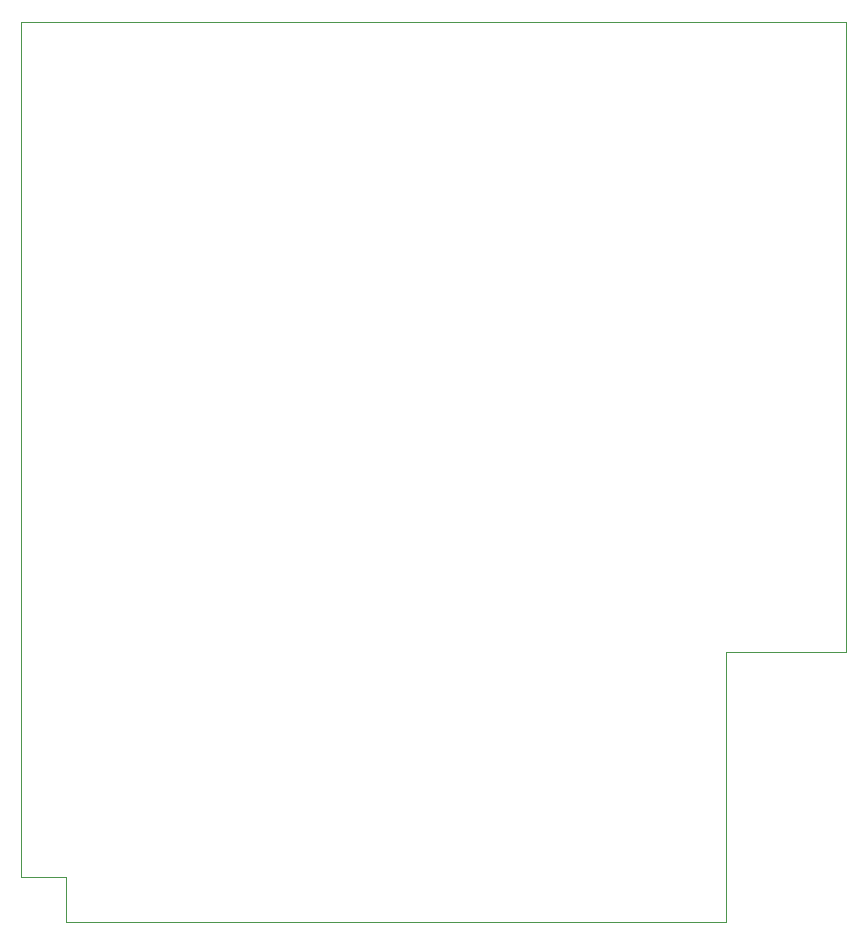
<source format=gbr>
%TF.GenerationSoftware,KiCad,Pcbnew,(5.1.6)-1*%
%TF.CreationDate,2023-03-19T14:48:43-05:00*%
%TF.ProjectId,pcb,7063622e-6b69-4636-9164-5f7063625858,rev?*%
%TF.SameCoordinates,Original*%
%TF.FileFunction,Profile,NP*%
%FSLAX46Y46*%
G04 Gerber Fmt 4.6, Leading zero omitted, Abs format (unit mm)*
G04 Created by KiCad (PCBNEW (5.1.6)-1) date 2023-03-19 14:48:43*
%MOMM*%
%LPD*%
G01*
G04 APERTURE LIST*
%TA.AperFunction,Profile*%
%ADD10C,0.050000*%
%TD*%
G04 APERTURE END LIST*
D10*
X59690000Y0D02*
X3810000Y0D01*
X0Y3810000D02*
X0Y76200000D01*
X3810000Y3810000D02*
X3810000Y0D01*
X0Y3810000D02*
X3810000Y3810000D01*
X69850000Y76200000D02*
X0Y76200000D01*
X69850000Y22860000D02*
X69850000Y76200000D01*
X59690000Y22860000D02*
X69850000Y22860000D01*
X59690000Y0D02*
X59690000Y22860000D01*
M02*

</source>
